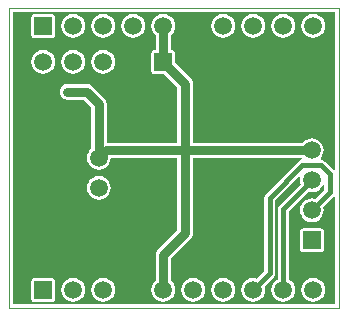
<source format=gbl>
G04 Layer_Physical_Order=2*
G04 Layer_Color=16711680*
%FSLAX25Y25*%
%MOIN*%
G70*
G01*
G75*
%ADD15C,0.01575*%
%ADD16C,0.00394*%
%ADD17C,0.05905*%
%ADD18R,0.05905X0.05905*%
%ADD19R,0.05905X0.05905*%
%ADD20C,0.01968*%
%ADD21C,0.03150*%
G36*
X108780Y45954D02*
X108318Y45799D01*
X108280Y45798D01*
X105289Y48789D01*
X104697Y49184D01*
X104131Y49296D01*
X104053Y49393D01*
X103958Y49610D01*
X103928Y49822D01*
X104453Y50507D01*
X104851Y51468D01*
X104987Y52500D01*
X104851Y53532D01*
X104453Y54493D01*
X103819Y55319D01*
X102993Y55953D01*
X102032Y56351D01*
X101000Y56487D01*
X99968Y56351D01*
X99007Y55953D01*
X98181Y55319D01*
X98010Y55097D01*
X61317D01*
Y74779D01*
X61229Y75452D01*
X60970Y76078D01*
X60557Y76616D01*
X55472Y81700D01*
Y84953D01*
X55395Y85343D01*
X55174Y85674D01*
X54843Y85895D01*
X54453Y85972D01*
X54097D01*
Y91010D01*
X54319Y91181D01*
X54953Y92007D01*
X55351Y92968D01*
X55487Y94000D01*
X55351Y95032D01*
X54953Y95993D01*
X54319Y96819D01*
X53493Y97453D01*
X52532Y97851D01*
X51500Y97987D01*
X50468Y97851D01*
X49507Y97453D01*
X48681Y96819D01*
X48047Y95993D01*
X47649Y95032D01*
X47513Y94000D01*
X47649Y92968D01*
X48047Y92007D01*
X48681Y91181D01*
X48903Y91010D01*
Y85972D01*
X48547D01*
X48157Y85895D01*
X47826Y85674D01*
X47605Y85343D01*
X47528Y84953D01*
Y79047D01*
X47605Y78657D01*
X47826Y78326D01*
X48157Y78105D01*
X48547Y78028D01*
X51800D01*
X56124Y73704D01*
Y55097D01*
X32597D01*
Y68000D01*
X32509Y68672D01*
X32249Y69298D01*
X31836Y69836D01*
X27836Y73836D01*
X27299Y74249D01*
X26672Y74509D01*
X26000Y74597D01*
X19500D01*
X18828Y74509D01*
X18202Y74249D01*
X17664Y73836D01*
X17251Y73299D01*
X16992Y72672D01*
X16903Y72000D01*
X16992Y71328D01*
X17251Y70701D01*
X17664Y70164D01*
X18202Y69751D01*
X18828Y69491D01*
X19500Y69403D01*
X24924D01*
X27403Y66924D01*
Y52990D01*
X27181Y52819D01*
X26547Y51993D01*
X26149Y51032D01*
X26013Y50000D01*
X26149Y48968D01*
X26547Y48007D01*
X27181Y47181D01*
X28007Y46547D01*
X28968Y46149D01*
X30000Y46013D01*
X31032Y46149D01*
X31993Y46547D01*
X32819Y47181D01*
X33453Y48007D01*
X33851Y48968D01*
X33974Y49903D01*
X56124D01*
Y26076D01*
X49664Y19616D01*
X49251Y19078D01*
X48992Y18452D01*
X48903Y17779D01*
Y8990D01*
X48681Y8819D01*
X48047Y7993D01*
X47649Y7032D01*
X47513Y6000D01*
X47649Y4968D01*
X48047Y4007D01*
X48681Y3181D01*
X49507Y2547D01*
X50468Y2149D01*
X51500Y2013D01*
X52532Y2149D01*
X53493Y2547D01*
X54319Y3181D01*
X54953Y4007D01*
X55351Y4968D01*
X55487Y6000D01*
X55351Y7032D01*
X54953Y7993D01*
X54319Y8819D01*
X54097Y8990D01*
Y16704D01*
X60557Y23164D01*
X60970Y23701D01*
X61229Y24328D01*
X61317Y25000D01*
Y49903D01*
X97567D01*
X97636Y49803D01*
X97409Y49248D01*
X97087Y49184D01*
X96495Y48789D01*
X96495Y48789D01*
X85711Y38005D01*
X85316Y37413D01*
X85178Y36716D01*
X85178Y36716D01*
Y12255D01*
X82703Y9780D01*
X82532Y9851D01*
X81500Y9987D01*
X80468Y9851D01*
X79507Y9453D01*
X78681Y8819D01*
X78047Y7993D01*
X77649Y7032D01*
X77513Y6000D01*
X77649Y4968D01*
X78047Y4007D01*
X78681Y3181D01*
X79507Y2547D01*
X80468Y2149D01*
X81500Y2013D01*
X82532Y2149D01*
X83493Y2547D01*
X84319Y3181D01*
X84953Y4007D01*
X85351Y4968D01*
X85487Y6000D01*
X85351Y7032D01*
X85280Y7203D01*
X88289Y10211D01*
X88289Y10211D01*
X88684Y10803D01*
X88822Y11500D01*
X88822Y11500D01*
Y35961D01*
X96760Y43898D01*
X97184Y43615D01*
X97149Y43532D01*
X97013Y42500D01*
X97149Y41468D01*
X97220Y41297D01*
X90211Y34289D01*
X89816Y33697D01*
X89678Y33000D01*
X89678Y33000D01*
Y9524D01*
X89507Y9453D01*
X88681Y8819D01*
X88047Y7993D01*
X87649Y7032D01*
X87513Y6000D01*
X87649Y4968D01*
X88047Y4007D01*
X88681Y3181D01*
X89507Y2547D01*
X90468Y2149D01*
X91500Y2013D01*
X92532Y2149D01*
X93493Y2547D01*
X94319Y3181D01*
X94953Y4007D01*
X95351Y4968D01*
X95487Y6000D01*
X95351Y7032D01*
X94953Y7993D01*
X94319Y8819D01*
X93493Y9453D01*
X93322Y9524D01*
Y32245D01*
X99797Y38720D01*
X99968Y38649D01*
X101000Y38513D01*
X102032Y38649D01*
X102993Y39047D01*
X103819Y39681D01*
X104453Y40507D01*
X104678Y41049D01*
X105178Y40950D01*
Y39255D01*
X102203Y36280D01*
X102032Y36351D01*
X101000Y36487D01*
X99968Y36351D01*
X99007Y35953D01*
X98181Y35319D01*
X97547Y34493D01*
X97149Y33532D01*
X97013Y32500D01*
X97149Y31468D01*
X97547Y30507D01*
X98181Y29681D01*
X99007Y29047D01*
X99968Y28649D01*
X101000Y28513D01*
X102032Y28649D01*
X102993Y29047D01*
X103819Y29681D01*
X104453Y30507D01*
X104851Y31468D01*
X104987Y32500D01*
X104851Y33532D01*
X104780Y33703D01*
X108280Y37202D01*
X108318Y37201D01*
X108780Y37046D01*
Y1220D01*
X1220D01*
Y98780D01*
X108780D01*
Y45954D01*
D02*
G37*
%LPC*%
G36*
X103953Y26472D02*
X98047D01*
X97657Y26395D01*
X97326Y26174D01*
X97105Y25843D01*
X97028Y25453D01*
Y19547D01*
X97105Y19157D01*
X97326Y18826D01*
X97657Y18605D01*
X98047Y18528D01*
X103953D01*
X104343Y18605D01*
X104674Y18826D01*
X104895Y19157D01*
X104972Y19547D01*
Y25453D01*
X104895Y25843D01*
X104674Y26174D01*
X104343Y26395D01*
X103953Y26472D01*
D02*
G37*
G36*
X14453Y9972D02*
X8547D01*
X8157Y9895D01*
X7826Y9674D01*
X7605Y9343D01*
X7528Y8953D01*
Y3047D01*
X7605Y2657D01*
X7826Y2326D01*
X8157Y2105D01*
X8547Y2028D01*
X14453D01*
X14843Y2105D01*
X15174Y2326D01*
X15395Y2657D01*
X15472Y3047D01*
Y8953D01*
X15395Y9343D01*
X15174Y9674D01*
X14843Y9895D01*
X14453Y9972D01*
D02*
G37*
G36*
X11500Y85987D02*
X10468Y85851D01*
X9507Y85453D01*
X8681Y84819D01*
X8047Y83993D01*
X7649Y83032D01*
X7513Y82000D01*
X7649Y80968D01*
X8047Y80007D01*
X8681Y79181D01*
X9507Y78547D01*
X10468Y78149D01*
X11500Y78013D01*
X12532Y78149D01*
X13493Y78547D01*
X14319Y79181D01*
X14953Y80007D01*
X15351Y80968D01*
X15487Y82000D01*
X15351Y83032D01*
X14953Y83993D01*
X14319Y84819D01*
X13493Y85453D01*
X12532Y85851D01*
X11500Y85987D01*
D02*
G37*
G36*
X30000Y43987D02*
X28968Y43851D01*
X28007Y43453D01*
X27181Y42819D01*
X26547Y41993D01*
X26149Y41032D01*
X26013Y40000D01*
X26149Y38968D01*
X26547Y38007D01*
X27181Y37181D01*
X28007Y36547D01*
X28968Y36149D01*
X30000Y36013D01*
X31032Y36149D01*
X31993Y36547D01*
X32819Y37181D01*
X33453Y38007D01*
X33851Y38968D01*
X33987Y40000D01*
X33851Y41032D01*
X33453Y41993D01*
X32819Y42819D01*
X31993Y43453D01*
X31032Y43851D01*
X30000Y43987D01*
D02*
G37*
G36*
X31500Y9987D02*
X30468Y9851D01*
X29507Y9453D01*
X28681Y8819D01*
X28047Y7993D01*
X27649Y7032D01*
X27513Y6000D01*
X27649Y4968D01*
X28047Y4007D01*
X28681Y3181D01*
X29507Y2547D01*
X30468Y2149D01*
X31500Y2013D01*
X32532Y2149D01*
X33493Y2547D01*
X34319Y3181D01*
X34953Y4007D01*
X35351Y4968D01*
X35487Y6000D01*
X35351Y7032D01*
X34953Y7993D01*
X34319Y8819D01*
X33493Y9453D01*
X32532Y9851D01*
X31500Y9987D01*
D02*
G37*
G36*
X21500D02*
X20468Y9851D01*
X19507Y9453D01*
X18681Y8819D01*
X18047Y7993D01*
X17649Y7032D01*
X17513Y6000D01*
X17649Y4968D01*
X18047Y4007D01*
X18681Y3181D01*
X19507Y2547D01*
X20468Y2149D01*
X21500Y2013D01*
X22532Y2149D01*
X23493Y2547D01*
X24319Y3181D01*
X24953Y4007D01*
X25351Y4968D01*
X25487Y6000D01*
X25351Y7032D01*
X24953Y7993D01*
X24319Y8819D01*
X23493Y9453D01*
X22532Y9851D01*
X21500Y9987D01*
D02*
G37*
G36*
X61500D02*
X60468Y9851D01*
X59507Y9453D01*
X58681Y8819D01*
X58047Y7993D01*
X57649Y7032D01*
X57513Y6000D01*
X57649Y4968D01*
X58047Y4007D01*
X58681Y3181D01*
X59507Y2547D01*
X60468Y2149D01*
X61500Y2013D01*
X62532Y2149D01*
X63493Y2547D01*
X64319Y3181D01*
X64953Y4007D01*
X65351Y4968D01*
X65487Y6000D01*
X65351Y7032D01*
X64953Y7993D01*
X64319Y8819D01*
X63493Y9453D01*
X62532Y9851D01*
X61500Y9987D01*
D02*
G37*
G36*
X101500D02*
X100468Y9851D01*
X99507Y9453D01*
X98681Y8819D01*
X98047Y7993D01*
X97649Y7032D01*
X97513Y6000D01*
X97649Y4968D01*
X98047Y4007D01*
X98681Y3181D01*
X99507Y2547D01*
X100468Y2149D01*
X101500Y2013D01*
X102532Y2149D01*
X103493Y2547D01*
X104319Y3181D01*
X104953Y4007D01*
X105351Y4968D01*
X105487Y6000D01*
X105351Y7032D01*
X104953Y7993D01*
X104319Y8819D01*
X103493Y9453D01*
X102532Y9851D01*
X101500Y9987D01*
D02*
G37*
G36*
X71500D02*
X70468Y9851D01*
X69507Y9453D01*
X68681Y8819D01*
X68047Y7993D01*
X67649Y7032D01*
X67513Y6000D01*
X67649Y4968D01*
X68047Y4007D01*
X68681Y3181D01*
X69507Y2547D01*
X70468Y2149D01*
X71500Y2013D01*
X72532Y2149D01*
X73493Y2547D01*
X74319Y3181D01*
X74953Y4007D01*
X75351Y4968D01*
X75487Y6000D01*
X75351Y7032D01*
X74953Y7993D01*
X74319Y8819D01*
X73493Y9453D01*
X72532Y9851D01*
X71500Y9987D01*
D02*
G37*
G36*
X81500Y97987D02*
X80468Y97851D01*
X79507Y97453D01*
X78681Y96819D01*
X78047Y95993D01*
X77649Y95032D01*
X77513Y94000D01*
X77649Y92968D01*
X78047Y92007D01*
X78681Y91181D01*
X79507Y90547D01*
X80468Y90149D01*
X81500Y90013D01*
X82532Y90149D01*
X83493Y90547D01*
X84319Y91181D01*
X84953Y92007D01*
X85351Y92968D01*
X85487Y94000D01*
X85351Y95032D01*
X84953Y95993D01*
X84319Y96819D01*
X83493Y97453D01*
X82532Y97851D01*
X81500Y97987D01*
D02*
G37*
G36*
X71500D02*
X70468Y97851D01*
X69507Y97453D01*
X68681Y96819D01*
X68047Y95993D01*
X67649Y95032D01*
X67513Y94000D01*
X67649Y92968D01*
X68047Y92007D01*
X68681Y91181D01*
X69507Y90547D01*
X70468Y90149D01*
X71500Y90013D01*
X72532Y90149D01*
X73493Y90547D01*
X74319Y91181D01*
X74953Y92007D01*
X75351Y92968D01*
X75487Y94000D01*
X75351Y95032D01*
X74953Y95993D01*
X74319Y96819D01*
X73493Y97453D01*
X72532Y97851D01*
X71500Y97987D01*
D02*
G37*
G36*
X91500D02*
X90468Y97851D01*
X89507Y97453D01*
X88681Y96819D01*
X88047Y95993D01*
X87649Y95032D01*
X87513Y94000D01*
X87649Y92968D01*
X88047Y92007D01*
X88681Y91181D01*
X89507Y90547D01*
X90468Y90149D01*
X91500Y90013D01*
X92532Y90149D01*
X93493Y90547D01*
X94319Y91181D01*
X94953Y92007D01*
X95351Y92968D01*
X95487Y94000D01*
X95351Y95032D01*
X94953Y95993D01*
X94319Y96819D01*
X93493Y97453D01*
X92532Y97851D01*
X91500Y97987D01*
D02*
G37*
G36*
X14453Y97972D02*
X8547D01*
X8157Y97895D01*
X7826Y97674D01*
X7605Y97343D01*
X7528Y96953D01*
Y91047D01*
X7605Y90657D01*
X7826Y90326D01*
X8157Y90105D01*
X8547Y90028D01*
X14453D01*
X14843Y90105D01*
X15174Y90326D01*
X15395Y90657D01*
X15472Y91047D01*
Y96953D01*
X15395Y97343D01*
X15174Y97674D01*
X14843Y97895D01*
X14453Y97972D01*
D02*
G37*
G36*
X101500Y97987D02*
X100468Y97851D01*
X99507Y97453D01*
X98681Y96819D01*
X98047Y95993D01*
X97649Y95032D01*
X97513Y94000D01*
X97649Y92968D01*
X98047Y92007D01*
X98681Y91181D01*
X99507Y90547D01*
X100468Y90149D01*
X101500Y90013D01*
X102532Y90149D01*
X103493Y90547D01*
X104319Y91181D01*
X104953Y92007D01*
X105351Y92968D01*
X105487Y94000D01*
X105351Y95032D01*
X104953Y95993D01*
X104319Y96819D01*
X103493Y97453D01*
X102532Y97851D01*
X101500Y97987D01*
D02*
G37*
G36*
X31500Y85987D02*
X30468Y85851D01*
X29507Y85453D01*
X28681Y84819D01*
X28047Y83993D01*
X27649Y83032D01*
X27513Y82000D01*
X27649Y80968D01*
X28047Y80007D01*
X28681Y79181D01*
X29507Y78547D01*
X30468Y78149D01*
X31500Y78013D01*
X32532Y78149D01*
X33493Y78547D01*
X34319Y79181D01*
X34953Y80007D01*
X35351Y80968D01*
X35487Y82000D01*
X35351Y83032D01*
X34953Y83993D01*
X34319Y84819D01*
X33493Y85453D01*
X32532Y85851D01*
X31500Y85987D01*
D02*
G37*
G36*
X21500D02*
X20468Y85851D01*
X19507Y85453D01*
X18681Y84819D01*
X18047Y83993D01*
X17649Y83032D01*
X17513Y82000D01*
X17649Y80968D01*
X18047Y80007D01*
X18681Y79181D01*
X19507Y78547D01*
X20468Y78149D01*
X21500Y78013D01*
X22532Y78149D01*
X23493Y78547D01*
X24319Y79181D01*
X24953Y80007D01*
X25351Y80968D01*
X25487Y82000D01*
X25351Y83032D01*
X24953Y83993D01*
X24319Y84819D01*
X23493Y85453D01*
X22532Y85851D01*
X21500Y85987D01*
D02*
G37*
G36*
Y97987D02*
X20468Y97851D01*
X19507Y97453D01*
X18681Y96819D01*
X18047Y95993D01*
X17649Y95032D01*
X17513Y94000D01*
X17649Y92968D01*
X18047Y92007D01*
X18681Y91181D01*
X19507Y90547D01*
X20468Y90149D01*
X21500Y90013D01*
X22532Y90149D01*
X23493Y90547D01*
X24319Y91181D01*
X24953Y92007D01*
X25351Y92968D01*
X25487Y94000D01*
X25351Y95032D01*
X24953Y95993D01*
X24319Y96819D01*
X23493Y97453D01*
X22532Y97851D01*
X21500Y97987D01*
D02*
G37*
G36*
X41500D02*
X40468Y97851D01*
X39507Y97453D01*
X38681Y96819D01*
X38047Y95993D01*
X37649Y95032D01*
X37513Y94000D01*
X37649Y92968D01*
X38047Y92007D01*
X38681Y91181D01*
X39507Y90547D01*
X40468Y90149D01*
X41500Y90013D01*
X42532Y90149D01*
X43493Y90547D01*
X44319Y91181D01*
X44953Y92007D01*
X45351Y92968D01*
X45487Y94000D01*
X45351Y95032D01*
X44953Y95993D01*
X44319Y96819D01*
X43493Y97453D01*
X42532Y97851D01*
X41500Y97987D01*
D02*
G37*
G36*
X31500D02*
X30468Y97851D01*
X29507Y97453D01*
X28681Y96819D01*
X28047Y95993D01*
X27649Y95032D01*
X27513Y94000D01*
X27649Y92968D01*
X28047Y92007D01*
X28681Y91181D01*
X29507Y90547D01*
X30468Y90149D01*
X31500Y90013D01*
X32532Y90149D01*
X33493Y90547D01*
X34319Y91181D01*
X34953Y92007D01*
X35351Y92968D01*
X35487Y94000D01*
X35351Y95032D01*
X34953Y95993D01*
X34319Y96819D01*
X33493Y97453D01*
X32532Y97851D01*
X31500Y97987D01*
D02*
G37*
%LPD*%
D15*
X91500Y6000D02*
Y33000D01*
X101000Y42500D01*
X97784Y47500D02*
X104000D01*
X107000Y44500D01*
Y38500D02*
Y44500D01*
X101000Y32500D02*
X107000Y38500D01*
X81500Y6000D02*
X87000Y11500D01*
Y36716D01*
X97784Y47500D01*
D16*
X0Y0D02*
Y100000D01*
X110000D01*
Y0D02*
Y100000D01*
X0Y0D02*
X110000D01*
D17*
X30000Y50000D02*
D03*
Y40000D02*
D03*
X41500Y82000D02*
D03*
X31500D02*
D03*
X21500D02*
D03*
X11500D02*
D03*
X101000Y72500D02*
D03*
Y62500D02*
D03*
Y52500D02*
D03*
Y42500D02*
D03*
Y32500D02*
D03*
X31500Y94000D02*
D03*
X101500D02*
D03*
X91500D02*
D03*
X81500D02*
D03*
X71500D02*
D03*
X61500D02*
D03*
X51500D02*
D03*
X41500D02*
D03*
X21500D02*
D03*
X31500Y6000D02*
D03*
X101500D02*
D03*
X91500D02*
D03*
X81500D02*
D03*
X71500D02*
D03*
X61500D02*
D03*
X51500D02*
D03*
X41500D02*
D03*
X21500D02*
D03*
D18*
X30000Y30000D02*
D03*
X101000Y22500D02*
D03*
D19*
X51500Y82000D02*
D03*
X11500Y94000D02*
D03*
Y6000D02*
D03*
D20*
X7000Y34500D02*
D03*
X58720Y25000D02*
D03*
X19500Y72000D02*
D03*
X5000Y68000D02*
D03*
X24000D02*
D03*
X62500Y74500D02*
D03*
X56500Y14500D02*
D03*
X12000Y25000D02*
D03*
X16000Y51000D02*
D03*
X6500D02*
D03*
X4980Y86850D02*
D03*
X34508Y27795D02*
D03*
X64035Y47480D02*
D03*
Y86850D02*
D03*
X83720Y47480D02*
D03*
X93563Y67165D02*
D03*
X40500Y40000D02*
D03*
X17000Y77000D02*
D03*
D21*
X51500Y17779D02*
X58720Y25000D01*
X51500Y6000D02*
Y17779D01*
Y82000D02*
X58720Y74779D01*
X51500Y82000D02*
Y94000D01*
X58720Y52500D02*
X101000D01*
X58720Y25000D02*
Y52500D01*
Y74779D01*
X32500Y52500D02*
X58720D01*
X30000Y50000D02*
X32500Y52500D01*
X30000Y50000D02*
Y68000D01*
X26000Y72000D02*
X30000Y68000D01*
X19500Y72000D02*
X26000D01*
M02*

</source>
